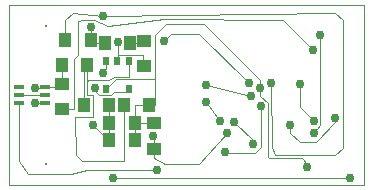
<source format=gbr>
G04 PROTEUS GERBER X2 FILE*
%TF.GenerationSoftware,Labcenter,Proteus,8.5-SP0-Build22067*%
%TF.CreationDate,2018-05-23T12:33:45+00:00*%
%TF.FileFunction,Copper,L16,Bot*%
%TF.FilePolarity,Positive*%
%TF.Part,Single*%
%FSLAX45Y45*%
%MOMM*%
G01*
%TA.AperFunction,Conductor*%
%ADD10C,0.100000*%
%TA.AperFunction,ViaPad*%
%ADD11C,0.762000*%
%AMPPAD003*
4,1,20,
-0.063500,-0.038100,
-0.063500,0.038100,
-0.061540,0.048090,
-0.056160,0.056160,
-0.048090,0.061540,
-0.038100,0.063500,
0.038100,0.063500,
0.048090,0.061540,
0.056160,0.056160,
0.061540,0.048090,
0.063500,0.038100,
0.063500,-0.038100,
0.061540,-0.048090,
0.056160,-0.056160,
0.048090,-0.061540,
0.038100,-0.063500,
-0.038100,-0.063500,
-0.048090,-0.061540,
-0.056160,-0.056160,
-0.061540,-0.048090,
-0.063500,-0.038100,
0*%
%TA.AperFunction,WasherPad*%
%ADD13PPAD003*%
%TA.AperFunction,SMDPad,CuDef*%
%ADD29R,0.508000X0.635000*%
%ADD15R,1.016000X1.270000*%
%ADD26R,1.270000X1.016000*%
%ADD72R,0.889000X0.406400*%
%TA.AperFunction,Profile*%
%ADD28C,0.101600*%
D10*
X-1190000Y+0D02*
X-1190000Y-1D01*
X-1270000Y-1D01*
X-1270001Y+0D01*
X-1410000Y+0D01*
X-1190000Y+65000D02*
X-1043360Y+65000D01*
X-1043360Y+93480D01*
X-1043360Y+253480D01*
X-1270000Y-63500D02*
X-1268500Y-65000D01*
X-1190000Y-65000D01*
X-1190000Y+65000D02*
X-1190000Y+63500D01*
X-1270000Y+63500D01*
X-643360Y-236520D02*
X-643360Y-376520D01*
X-430000Y-240000D02*
X-270000Y-240000D01*
X-430000Y-240000D02*
X-430000Y-376520D01*
X-310000Y-86520D02*
X-430000Y-86520D01*
X-430000Y-236520D01*
X-430000Y-240000D01*
X-610000Y-698500D02*
X+1397000Y-698500D01*
X-830000Y+253480D02*
X-863360Y+253480D01*
X-863360Y-86520D01*
X+637672Y-88442D02*
X+637672Y-441828D01*
X+590631Y-488869D01*
X+340745Y-488869D01*
X+335655Y-483779D01*
X-270000Y-453360D02*
X-270000Y-347378D01*
X-271373Y-346005D01*
X+553720Y-5080D02*
X+177800Y+88900D01*
X+1030000Y-610000D02*
X+1030000Y-580000D01*
X+984034Y-534034D01*
X+710047Y-534034D01*
X+698500Y-522487D01*
X+698500Y-68500D01*
X+635000Y-5000D01*
X+635000Y+63500D01*
X+352140Y-317500D02*
X+112350Y-586150D01*
X-172720Y-581660D01*
X-270000Y-530860D01*
X-270000Y-453360D01*
X-238760Y-635000D02*
X-259000Y-630000D01*
X-830000Y-630000D01*
X-970000Y-670000D01*
X-1330000Y-670000D01*
X-1410000Y-558500D01*
X-1410000Y-65000D01*
X+571500Y-414020D02*
X+571500Y-381000D01*
X+410000Y-230000D01*
X+1270000Y-190500D02*
X+1270000Y-231140D01*
X+1102360Y-398780D01*
X+970280Y-398780D01*
X+889000Y-317500D01*
X+889000Y-254000D01*
X+1143000Y+508000D02*
X+1143000Y-254000D01*
X+1090263Y-324591D01*
X+970000Y+90000D02*
X+970000Y-103584D01*
X+1084580Y-218440D01*
X+170000Y-60000D02*
X+294488Y-221954D01*
X+533936Y+100404D02*
X+116662Y+517678D01*
X-123890Y+517678D01*
X-180329Y+461239D01*
X-669880Y+51560D02*
X-587987Y+133453D01*
X-254000Y+133453D01*
X-254000Y-86520D01*
X-310000Y-86520D01*
X-254000Y+133453D02*
X-254000Y+508000D01*
X-163270Y+598730D01*
X+160730Y+598730D01*
X+635000Y+124460D01*
X+635000Y+63500D01*
X-830000Y+252964D02*
X-825753Y+257211D01*
X-830000Y+253480D01*
X-830000Y+252964D01*
X-650000Y-90703D02*
X-650000Y-236520D01*
X-643360Y-236520D01*
X-650000Y-90703D02*
X-650000Y-86520D01*
X-835660Y+121920D02*
X-835660Y+252964D01*
X-830000Y+252964D01*
X+1079500Y+381000D02*
X+825500Y+635000D01*
X-177800Y+642620D01*
X-657860Y+581660D01*
X-716280Y+607060D01*
X-774700Y+637540D01*
X-863600Y+637540D01*
X-911860Y+624840D01*
X-911860Y+335620D01*
X-939800Y+307680D01*
X-939800Y-119880D01*
X-1043360Y-119880D01*
X-698500Y+190500D02*
X-669880Y+219120D01*
X-669880Y+290320D01*
X-698500Y+673100D02*
X-952500Y+698500D01*
X-1016720Y+634280D01*
X-1016720Y+463480D01*
X-698500Y+673100D02*
X+1270000Y+698500D01*
X+1333500Y+635000D01*
X+1333500Y-444500D01*
X+1270000Y-508000D01*
X+762000Y-508000D01*
X+730000Y-440000D01*
X+723900Y+104140D01*
X-479380Y+290320D02*
X-479380Y+255970D01*
X-480060Y+157480D01*
X-601980Y+157480D01*
X-647700Y+132080D01*
X-819840Y+132080D01*
X-830000Y+121920D01*
X-835660Y+121920D01*
X-479380Y+51560D02*
X-503000Y+27940D01*
X-604768Y+27940D01*
X-633232Y-524D01*
X-728456Y-524D01*
X-762287Y+33307D01*
X-762287Y+60292D01*
X-803722Y+577728D02*
X-803722Y+463842D01*
X-803360Y+463480D01*
X-680720Y+444500D02*
X-753360Y+444500D01*
X-803360Y+494500D01*
X-803360Y+463480D01*
X-467360Y+444500D02*
X-391700Y+444500D01*
X-347980Y+488220D01*
X-347980Y+457200D01*
X-835660Y+121920D02*
X-835660Y+0D01*
X-779780Y+0D01*
X-779780Y-185420D01*
X-932180Y-185420D01*
X-930000Y-502920D01*
X-880000Y-560000D01*
X-718818Y-560298D01*
X-718236Y-558800D01*
X-523360Y-558800D01*
X-523360Y-86520D01*
X-643360Y-376520D02*
X-659800Y-376520D01*
X-784860Y-251460D01*
X-571867Y+450458D02*
X-571867Y+330345D01*
X-571867Y+294353D01*
X-575900Y+290320D01*
X-347980Y+243840D02*
X-347980Y+246979D01*
X-355705Y+254704D01*
X-355705Y+343552D01*
X-558660Y+343552D01*
X-560402Y+341810D01*
X-571867Y+330345D01*
X-575900Y+326312D01*
X-575900Y+290320D01*
D11*
X-1270000Y-63500D03*
X-1270000Y+63500D03*
X+1397000Y-698500D03*
X-610000Y-698500D03*
X+637672Y-88442D03*
X+335655Y-483779D03*
X-271373Y-346005D03*
X+553720Y-5080D03*
X+177800Y+88900D03*
X+1030000Y-610000D03*
X+352140Y-317500D03*
X-238760Y-635000D03*
X+571500Y-414020D03*
X+410000Y-230000D03*
X+1270000Y-190500D03*
X+889000Y-254000D03*
X+1143000Y+508000D03*
X+1090263Y-324591D03*
X+970000Y+90000D03*
X+1084580Y-218440D03*
X+170000Y-60000D03*
X+294488Y-221954D03*
X+533936Y+100404D03*
X-180329Y+461239D03*
X+635000Y+63500D03*
X+1079500Y+381000D03*
X-698500Y+190500D03*
X-698500Y+673100D03*
X+723900Y+104140D03*
X-762287Y+60292D03*
X-803722Y+577728D03*
X-784860Y-251460D03*
X-571867Y+450458D03*
D13*
X-1180000Y-585000D03*
X-1180000Y+585000D03*
D29*
X-669880Y+290320D03*
X-575900Y+290320D03*
X-479380Y+290320D03*
X-479380Y+51560D03*
X-669880Y+51560D03*
D15*
X-1016720Y+463480D03*
X-803360Y+463480D03*
X-680720Y+444500D03*
X-467360Y+444500D03*
D26*
X-347980Y+457200D03*
X-347980Y+243840D03*
D15*
X-310000Y-86520D03*
X-523360Y-86520D03*
X-863360Y-86520D03*
X-650000Y-86520D03*
X-1043360Y+253480D03*
X-830000Y+253480D03*
D72*
X-1190000Y+65000D03*
X-1190000Y+0D03*
X-1190000Y-65000D03*
X-1410000Y-65000D03*
X-1410000Y+0D03*
X-1410000Y+65000D03*
D26*
X-1043360Y-119880D03*
X-1043360Y+93480D03*
X-270000Y-453360D03*
X-270000Y-240000D03*
D15*
X-643360Y-236520D03*
X-430000Y-236520D03*
X-643360Y-376520D03*
X-430000Y-376520D03*
D28*
X-1490000Y-760000D02*
X+1510000Y-760000D01*
X+1510000Y+760000D01*
X-1490000Y+760000D01*
X-1490000Y-760000D01*
M02*

</source>
